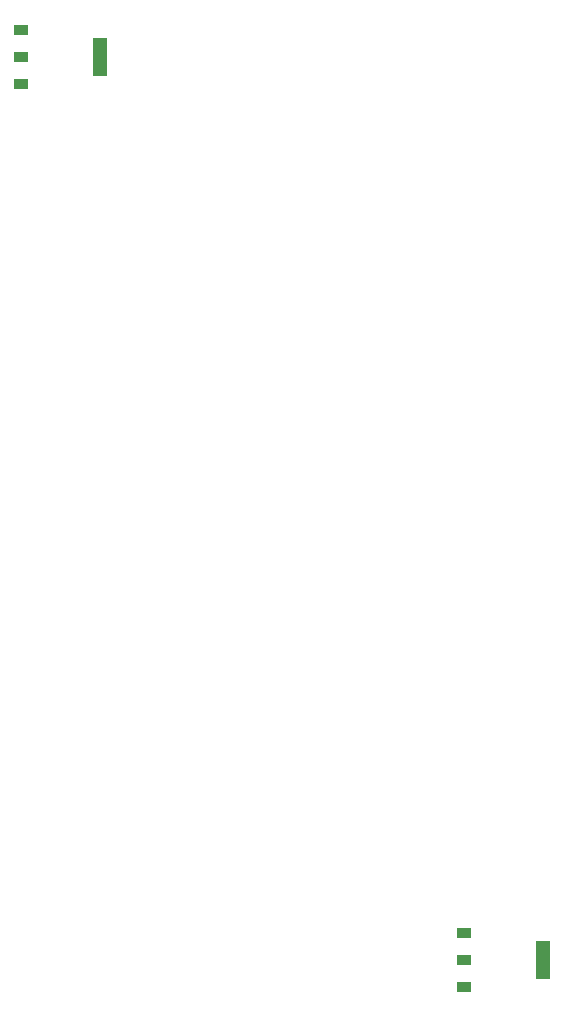
<source format=gbr>
%TF.GenerationSoftware,KiCad,Pcbnew,8.0.1*%
%TF.CreationDate,2024-04-25T15:56:32+03:00*%
%TF.ProjectId,Modul_Lcd_Butoane,4d6f6475-6c5f-44c6-9364-5f4275746f61,V1*%
%TF.SameCoordinates,Original*%
%TF.FileFunction,Paste,Top*%
%TF.FilePolarity,Positive*%
%FSLAX46Y46*%
G04 Gerber Fmt 4.6, Leading zero omitted, Abs format (unit mm)*
G04 Created by KiCad (PCBNEW 8.0.1) date 2024-04-25 15:56:32*
%MOMM*%
%LPD*%
G01*
G04 APERTURE LIST*
%ADD10R,1.300000X0.950000*%
%ADD11R,1.300000X3.250000*%
G04 APERTURE END LIST*
D10*
%TO.C,IC11*%
X114150000Y-54210000D03*
X114150000Y-56500000D03*
X114150000Y-58790000D03*
D11*
X120850000Y-56500000D03*
%TD*%
D10*
%TO.C,IC1*%
X151650000Y-130710000D03*
X151650000Y-133000000D03*
X151650000Y-135290000D03*
D11*
X158350000Y-133000000D03*
%TD*%
M02*

</source>
